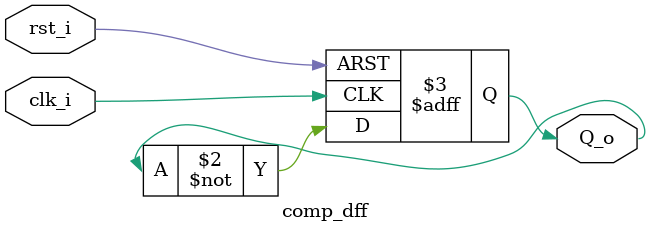
<source format=v>

module comp_dff (
    // OUTPUTS
    output reg Q_o

    // INPUTS
    ,input clk_i
    ,input rst_i
    );

    always @(negedge clk_i, posedge rst_i)
        if (rst_i) Q_o <= 1'b0;
        else Q_o <= #2 ~Q_o; // intra-assignment delay
endmodule

</source>
